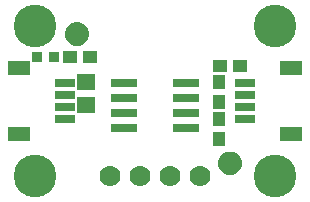
<source format=gbr>
G04 EAGLE Gerber RS-274X export*
G75*
%MOMM*%
%FSLAX34Y34*%
%LPD*%
%INSoldermask Top*%
%IPPOS*%
%AMOC8*
5,1,8,0,0,1.08239X$1,22.5*%
G01*
%ADD10R,2.311400X0.711200*%
%ADD11R,1.176600X1.101600*%
%ADD12R,1.601600X1.341600*%
%ADD13C,1.778000*%
%ADD14C,3.617600*%
%ADD15R,1.651600X0.701600*%
%ADD16R,1.901600X1.301600*%
%ADD17C,1.101600*%
%ADD18C,0.500000*%
%ADD19R,0.901600X0.901600*%
%ADD20R,1.101600X1.176600*%


D10*
X39878Y-41275D03*
X39878Y-53975D03*
X39878Y-66675D03*
X39878Y-79375D03*
X92202Y-79375D03*
X92202Y-66675D03*
X92202Y-53975D03*
X92202Y-41275D03*
D11*
X121040Y-27305D03*
X138040Y-27305D03*
D12*
X7620Y-59665D03*
X7620Y-40665D03*
D13*
X27940Y-120015D03*
X53340Y-120015D03*
X78740Y-120015D03*
X104140Y-120015D03*
D14*
X-35560Y6985D03*
X167640Y6985D03*
D15*
X142500Y-61515D03*
X142500Y-51515D03*
X142500Y-71515D03*
X142500Y-41515D03*
D16*
X181500Y-84515D03*
X181500Y-28515D03*
D15*
X-10420Y-51515D03*
X-10420Y-61515D03*
X-10420Y-41515D03*
X-10420Y-71515D03*
D16*
X-49420Y-28515D03*
X-49420Y-84515D03*
D17*
X0Y0D03*
D18*
X0Y7500D02*
X-181Y7498D01*
X-362Y7491D01*
X-543Y7480D01*
X-724Y7465D01*
X-904Y7445D01*
X-1084Y7421D01*
X-1263Y7393D01*
X-1441Y7360D01*
X-1618Y7323D01*
X-1795Y7282D01*
X-1970Y7237D01*
X-2145Y7187D01*
X-2318Y7133D01*
X-2489Y7075D01*
X-2660Y7013D01*
X-2828Y6946D01*
X-2995Y6876D01*
X-3161Y6802D01*
X-3324Y6723D01*
X-3485Y6641D01*
X-3645Y6555D01*
X-3802Y6465D01*
X-3957Y6371D01*
X-4110Y6274D01*
X-4260Y6172D01*
X-4408Y6068D01*
X-4554Y5959D01*
X-4696Y5848D01*
X-4836Y5732D01*
X-4973Y5614D01*
X-5108Y5492D01*
X-5239Y5367D01*
X-5367Y5239D01*
X-5492Y5108D01*
X-5614Y4973D01*
X-5732Y4836D01*
X-5848Y4696D01*
X-5959Y4554D01*
X-6068Y4408D01*
X-6172Y4260D01*
X-6274Y4110D01*
X-6371Y3957D01*
X-6465Y3802D01*
X-6555Y3645D01*
X-6641Y3485D01*
X-6723Y3324D01*
X-6802Y3161D01*
X-6876Y2995D01*
X-6946Y2828D01*
X-7013Y2660D01*
X-7075Y2489D01*
X-7133Y2318D01*
X-7187Y2145D01*
X-7237Y1970D01*
X-7282Y1795D01*
X-7323Y1618D01*
X-7360Y1441D01*
X-7393Y1263D01*
X-7421Y1084D01*
X-7445Y904D01*
X-7465Y724D01*
X-7480Y543D01*
X-7491Y362D01*
X-7498Y181D01*
X-7500Y0D01*
X0Y7500D02*
X181Y7498D01*
X362Y7491D01*
X543Y7480D01*
X724Y7465D01*
X904Y7445D01*
X1084Y7421D01*
X1263Y7393D01*
X1441Y7360D01*
X1618Y7323D01*
X1795Y7282D01*
X1970Y7237D01*
X2145Y7187D01*
X2318Y7133D01*
X2489Y7075D01*
X2660Y7013D01*
X2828Y6946D01*
X2995Y6876D01*
X3161Y6802D01*
X3324Y6723D01*
X3485Y6641D01*
X3645Y6555D01*
X3802Y6465D01*
X3957Y6371D01*
X4110Y6274D01*
X4260Y6172D01*
X4408Y6068D01*
X4554Y5959D01*
X4696Y5848D01*
X4836Y5732D01*
X4973Y5614D01*
X5108Y5492D01*
X5239Y5367D01*
X5367Y5239D01*
X5492Y5108D01*
X5614Y4973D01*
X5732Y4836D01*
X5848Y4696D01*
X5959Y4554D01*
X6068Y4408D01*
X6172Y4260D01*
X6274Y4110D01*
X6371Y3957D01*
X6465Y3802D01*
X6555Y3645D01*
X6641Y3485D01*
X6723Y3324D01*
X6802Y3161D01*
X6876Y2995D01*
X6946Y2828D01*
X7013Y2660D01*
X7075Y2489D01*
X7133Y2318D01*
X7187Y2145D01*
X7237Y1970D01*
X7282Y1795D01*
X7323Y1618D01*
X7360Y1441D01*
X7393Y1263D01*
X7421Y1084D01*
X7445Y904D01*
X7465Y724D01*
X7480Y543D01*
X7491Y362D01*
X7498Y181D01*
X7500Y0D01*
X7498Y-181D01*
X7491Y-362D01*
X7480Y-543D01*
X7465Y-724D01*
X7445Y-904D01*
X7421Y-1084D01*
X7393Y-1263D01*
X7360Y-1441D01*
X7323Y-1618D01*
X7282Y-1795D01*
X7237Y-1970D01*
X7187Y-2145D01*
X7133Y-2318D01*
X7075Y-2489D01*
X7013Y-2660D01*
X6946Y-2828D01*
X6876Y-2995D01*
X6802Y-3161D01*
X6723Y-3324D01*
X6641Y-3485D01*
X6555Y-3645D01*
X6465Y-3802D01*
X6371Y-3957D01*
X6274Y-4110D01*
X6172Y-4260D01*
X6068Y-4408D01*
X5959Y-4554D01*
X5848Y-4696D01*
X5732Y-4836D01*
X5614Y-4973D01*
X5492Y-5108D01*
X5367Y-5239D01*
X5239Y-5367D01*
X5108Y-5492D01*
X4973Y-5614D01*
X4836Y-5732D01*
X4696Y-5848D01*
X4554Y-5959D01*
X4408Y-6068D01*
X4260Y-6172D01*
X4110Y-6274D01*
X3957Y-6371D01*
X3802Y-6465D01*
X3645Y-6555D01*
X3485Y-6641D01*
X3324Y-6723D01*
X3161Y-6802D01*
X2995Y-6876D01*
X2828Y-6946D01*
X2660Y-7013D01*
X2489Y-7075D01*
X2318Y-7133D01*
X2145Y-7187D01*
X1970Y-7237D01*
X1795Y-7282D01*
X1618Y-7323D01*
X1441Y-7360D01*
X1263Y-7393D01*
X1084Y-7421D01*
X904Y-7445D01*
X724Y-7465D01*
X543Y-7480D01*
X362Y-7491D01*
X181Y-7498D01*
X0Y-7500D01*
X-181Y-7498D01*
X-362Y-7491D01*
X-543Y-7480D01*
X-724Y-7465D01*
X-904Y-7445D01*
X-1084Y-7421D01*
X-1263Y-7393D01*
X-1441Y-7360D01*
X-1618Y-7323D01*
X-1795Y-7282D01*
X-1970Y-7237D01*
X-2145Y-7187D01*
X-2318Y-7133D01*
X-2489Y-7075D01*
X-2660Y-7013D01*
X-2828Y-6946D01*
X-2995Y-6876D01*
X-3161Y-6802D01*
X-3324Y-6723D01*
X-3485Y-6641D01*
X-3645Y-6555D01*
X-3802Y-6465D01*
X-3957Y-6371D01*
X-4110Y-6274D01*
X-4260Y-6172D01*
X-4408Y-6068D01*
X-4554Y-5959D01*
X-4696Y-5848D01*
X-4836Y-5732D01*
X-4973Y-5614D01*
X-5108Y-5492D01*
X-5239Y-5367D01*
X-5367Y-5239D01*
X-5492Y-5108D01*
X-5614Y-4973D01*
X-5732Y-4836D01*
X-5848Y-4696D01*
X-5959Y-4554D01*
X-6068Y-4408D01*
X-6172Y-4260D01*
X-6274Y-4110D01*
X-6371Y-3957D01*
X-6465Y-3802D01*
X-6555Y-3645D01*
X-6641Y-3485D01*
X-6723Y-3324D01*
X-6802Y-3161D01*
X-6876Y-2995D01*
X-6946Y-2828D01*
X-7013Y-2660D01*
X-7075Y-2489D01*
X-7133Y-2318D01*
X-7187Y-2145D01*
X-7237Y-1970D01*
X-7282Y-1795D01*
X-7323Y-1618D01*
X-7360Y-1441D01*
X-7393Y-1263D01*
X-7421Y-1084D01*
X-7445Y-904D01*
X-7465Y-724D01*
X-7480Y-543D01*
X-7491Y-362D01*
X-7498Y-181D01*
X-7500Y0D01*
D17*
X129540Y-109474D03*
D18*
X129540Y-101974D02*
X129359Y-101976D01*
X129178Y-101983D01*
X128997Y-101994D01*
X128816Y-102009D01*
X128636Y-102029D01*
X128456Y-102053D01*
X128277Y-102081D01*
X128099Y-102114D01*
X127922Y-102151D01*
X127745Y-102192D01*
X127570Y-102237D01*
X127395Y-102287D01*
X127222Y-102341D01*
X127051Y-102399D01*
X126880Y-102461D01*
X126712Y-102528D01*
X126545Y-102598D01*
X126379Y-102672D01*
X126216Y-102751D01*
X126055Y-102833D01*
X125895Y-102919D01*
X125738Y-103009D01*
X125583Y-103103D01*
X125430Y-103200D01*
X125280Y-103302D01*
X125132Y-103406D01*
X124986Y-103515D01*
X124844Y-103626D01*
X124704Y-103742D01*
X124567Y-103860D01*
X124432Y-103982D01*
X124301Y-104107D01*
X124173Y-104235D01*
X124048Y-104366D01*
X123926Y-104501D01*
X123808Y-104638D01*
X123692Y-104778D01*
X123581Y-104920D01*
X123472Y-105066D01*
X123368Y-105214D01*
X123266Y-105364D01*
X123169Y-105517D01*
X123075Y-105672D01*
X122985Y-105829D01*
X122899Y-105989D01*
X122817Y-106150D01*
X122738Y-106313D01*
X122664Y-106479D01*
X122594Y-106646D01*
X122527Y-106814D01*
X122465Y-106985D01*
X122407Y-107156D01*
X122353Y-107329D01*
X122303Y-107504D01*
X122258Y-107679D01*
X122217Y-107856D01*
X122180Y-108033D01*
X122147Y-108211D01*
X122119Y-108390D01*
X122095Y-108570D01*
X122075Y-108750D01*
X122060Y-108931D01*
X122049Y-109112D01*
X122042Y-109293D01*
X122040Y-109474D01*
X129540Y-101974D02*
X129721Y-101976D01*
X129902Y-101983D01*
X130083Y-101994D01*
X130264Y-102009D01*
X130444Y-102029D01*
X130624Y-102053D01*
X130803Y-102081D01*
X130981Y-102114D01*
X131158Y-102151D01*
X131335Y-102192D01*
X131510Y-102237D01*
X131685Y-102287D01*
X131858Y-102341D01*
X132029Y-102399D01*
X132200Y-102461D01*
X132368Y-102528D01*
X132535Y-102598D01*
X132701Y-102672D01*
X132864Y-102751D01*
X133025Y-102833D01*
X133185Y-102919D01*
X133342Y-103009D01*
X133497Y-103103D01*
X133650Y-103200D01*
X133800Y-103302D01*
X133948Y-103406D01*
X134094Y-103515D01*
X134236Y-103626D01*
X134376Y-103742D01*
X134513Y-103860D01*
X134648Y-103982D01*
X134779Y-104107D01*
X134907Y-104235D01*
X135032Y-104366D01*
X135154Y-104501D01*
X135272Y-104638D01*
X135388Y-104778D01*
X135499Y-104920D01*
X135608Y-105066D01*
X135712Y-105214D01*
X135814Y-105364D01*
X135911Y-105517D01*
X136005Y-105672D01*
X136095Y-105829D01*
X136181Y-105989D01*
X136263Y-106150D01*
X136342Y-106313D01*
X136416Y-106479D01*
X136486Y-106646D01*
X136553Y-106814D01*
X136615Y-106985D01*
X136673Y-107156D01*
X136727Y-107329D01*
X136777Y-107504D01*
X136822Y-107679D01*
X136863Y-107856D01*
X136900Y-108033D01*
X136933Y-108211D01*
X136961Y-108390D01*
X136985Y-108570D01*
X137005Y-108750D01*
X137020Y-108931D01*
X137031Y-109112D01*
X137038Y-109293D01*
X137040Y-109474D01*
X137038Y-109655D01*
X137031Y-109836D01*
X137020Y-110017D01*
X137005Y-110198D01*
X136985Y-110378D01*
X136961Y-110558D01*
X136933Y-110737D01*
X136900Y-110915D01*
X136863Y-111092D01*
X136822Y-111269D01*
X136777Y-111444D01*
X136727Y-111619D01*
X136673Y-111792D01*
X136615Y-111963D01*
X136553Y-112134D01*
X136486Y-112302D01*
X136416Y-112469D01*
X136342Y-112635D01*
X136263Y-112798D01*
X136181Y-112959D01*
X136095Y-113119D01*
X136005Y-113276D01*
X135911Y-113431D01*
X135814Y-113584D01*
X135712Y-113734D01*
X135608Y-113882D01*
X135499Y-114028D01*
X135388Y-114170D01*
X135272Y-114310D01*
X135154Y-114447D01*
X135032Y-114582D01*
X134907Y-114713D01*
X134779Y-114841D01*
X134648Y-114966D01*
X134513Y-115088D01*
X134376Y-115206D01*
X134236Y-115322D01*
X134094Y-115433D01*
X133948Y-115542D01*
X133800Y-115646D01*
X133650Y-115748D01*
X133497Y-115845D01*
X133342Y-115939D01*
X133185Y-116029D01*
X133025Y-116115D01*
X132864Y-116197D01*
X132701Y-116276D01*
X132535Y-116350D01*
X132368Y-116420D01*
X132200Y-116487D01*
X132029Y-116549D01*
X131858Y-116607D01*
X131685Y-116661D01*
X131510Y-116711D01*
X131335Y-116756D01*
X131158Y-116797D01*
X130981Y-116834D01*
X130803Y-116867D01*
X130624Y-116895D01*
X130444Y-116919D01*
X130264Y-116939D01*
X130083Y-116954D01*
X129902Y-116965D01*
X129721Y-116972D01*
X129540Y-116974D01*
X129359Y-116972D01*
X129178Y-116965D01*
X128997Y-116954D01*
X128816Y-116939D01*
X128636Y-116919D01*
X128456Y-116895D01*
X128277Y-116867D01*
X128099Y-116834D01*
X127922Y-116797D01*
X127745Y-116756D01*
X127570Y-116711D01*
X127395Y-116661D01*
X127222Y-116607D01*
X127051Y-116549D01*
X126880Y-116487D01*
X126712Y-116420D01*
X126545Y-116350D01*
X126379Y-116276D01*
X126216Y-116197D01*
X126055Y-116115D01*
X125895Y-116029D01*
X125738Y-115939D01*
X125583Y-115845D01*
X125430Y-115748D01*
X125280Y-115646D01*
X125132Y-115542D01*
X124986Y-115433D01*
X124844Y-115322D01*
X124704Y-115206D01*
X124567Y-115088D01*
X124432Y-114966D01*
X124301Y-114841D01*
X124173Y-114713D01*
X124048Y-114582D01*
X123926Y-114447D01*
X123808Y-114310D01*
X123692Y-114170D01*
X123581Y-114028D01*
X123472Y-113882D01*
X123368Y-113734D01*
X123266Y-113584D01*
X123169Y-113431D01*
X123075Y-113276D01*
X122985Y-113119D01*
X122899Y-112959D01*
X122817Y-112798D01*
X122738Y-112635D01*
X122664Y-112469D01*
X122594Y-112302D01*
X122527Y-112134D01*
X122465Y-111963D01*
X122407Y-111792D01*
X122353Y-111619D01*
X122303Y-111444D01*
X122258Y-111269D01*
X122217Y-111092D01*
X122180Y-110915D01*
X122147Y-110737D01*
X122119Y-110558D01*
X122095Y-110378D01*
X122075Y-110198D01*
X122060Y-110017D01*
X122049Y-109836D01*
X122042Y-109655D01*
X122040Y-109474D01*
D14*
X-35560Y-120015D03*
X167640Y-120015D03*
D19*
X-19170Y-19685D03*
X-34170Y-19685D03*
D11*
X-5960Y-19685D03*
X11040Y-19685D03*
D20*
X120650Y-72145D03*
X120650Y-89145D03*
X120650Y-57395D03*
X120650Y-40395D03*
M02*

</source>
